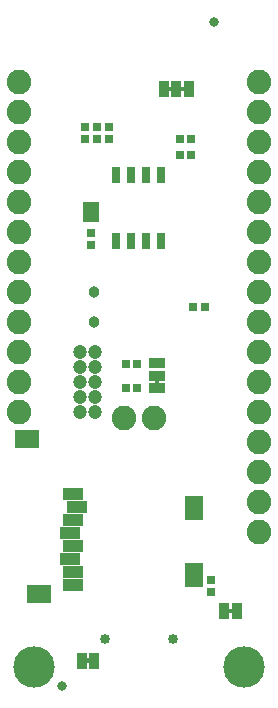
<source format=gbs>
G04 EAGLE Gerber RS-274X export*
G75*
%MOMM*%
%FSLAX34Y34*%
%LPD*%
%INSoldermask Bottom*%
%IPPOS*%
%AMOC8*
5,1,8,0,0,1.08239X$1,22.5*%
G01*
%ADD10C,0.838200*%
%ADD11R,0.863600X1.473200*%
%ADD12C,3.505200*%
%ADD13C,0.853200*%
%ADD14R,1.603200X2.003200*%
%ADD15R,2.103200X1.603200*%
%ADD16R,1.703200X1.003200*%
%ADD17R,0.803200X0.803200*%
%ADD18C,2.082800*%
%ADD19C,1.203200*%
%ADD20R,1.473200X0.863600*%
%ADD21R,0.803200X1.403200*%
%ADD22R,1.473200X0.838200*%
%ADD23C,0.965200*%

G36*
X130875Y264172D02*
X130875Y264172D01*
X130941Y264174D01*
X130984Y264192D01*
X131031Y264200D01*
X131088Y264234D01*
X131148Y264259D01*
X131183Y264290D01*
X131224Y264315D01*
X131266Y264366D01*
X131314Y264410D01*
X131336Y264452D01*
X131365Y264489D01*
X131386Y264551D01*
X131417Y264610D01*
X131425Y264664D01*
X131437Y264701D01*
X131436Y264741D01*
X131444Y264795D01*
X131444Y268605D01*
X131433Y268670D01*
X131431Y268736D01*
X131413Y268779D01*
X131405Y268826D01*
X131371Y268883D01*
X131346Y268943D01*
X131315Y268978D01*
X131290Y269019D01*
X131239Y269061D01*
X131195Y269109D01*
X131153Y269131D01*
X131116Y269160D01*
X131054Y269181D01*
X130995Y269212D01*
X130941Y269220D01*
X130904Y269232D01*
X130864Y269231D01*
X130810Y269239D01*
X128270Y269239D01*
X128205Y269228D01*
X128139Y269226D01*
X128096Y269208D01*
X128049Y269200D01*
X127992Y269166D01*
X127932Y269141D01*
X127897Y269110D01*
X127856Y269085D01*
X127815Y269034D01*
X127766Y268990D01*
X127744Y268948D01*
X127715Y268911D01*
X127694Y268849D01*
X127663Y268790D01*
X127655Y268736D01*
X127643Y268699D01*
X127643Y268695D01*
X127643Y268694D01*
X127644Y268659D01*
X127636Y268605D01*
X127636Y264795D01*
X127647Y264730D01*
X127649Y264664D01*
X127667Y264621D01*
X127675Y264574D01*
X127709Y264517D01*
X127734Y264457D01*
X127765Y264422D01*
X127790Y264381D01*
X127841Y264340D01*
X127885Y264291D01*
X127927Y264269D01*
X127964Y264240D01*
X128026Y264219D01*
X128085Y264188D01*
X128139Y264180D01*
X128176Y264168D01*
X128216Y264169D01*
X128270Y264161D01*
X130810Y264161D01*
X130875Y264172D01*
G37*
G36*
X153100Y512457D02*
X153100Y512457D01*
X153166Y512459D01*
X153209Y512477D01*
X153256Y512485D01*
X153313Y512519D01*
X153373Y512544D01*
X153408Y512575D01*
X153449Y512600D01*
X153491Y512651D01*
X153539Y512695D01*
X153561Y512737D01*
X153590Y512774D01*
X153611Y512836D01*
X153642Y512895D01*
X153650Y512949D01*
X153662Y512986D01*
X153661Y513026D01*
X153669Y513080D01*
X153669Y515620D01*
X153658Y515685D01*
X153656Y515751D01*
X153638Y515794D01*
X153630Y515841D01*
X153596Y515898D01*
X153571Y515958D01*
X153540Y515993D01*
X153515Y516034D01*
X153464Y516076D01*
X153420Y516124D01*
X153378Y516146D01*
X153341Y516175D01*
X153279Y516196D01*
X153220Y516227D01*
X153166Y516235D01*
X153129Y516247D01*
X153089Y516246D01*
X153035Y516254D01*
X149225Y516254D01*
X149160Y516243D01*
X149094Y516241D01*
X149051Y516223D01*
X149004Y516215D01*
X148947Y516181D01*
X148887Y516156D01*
X148852Y516125D01*
X148811Y516100D01*
X148770Y516049D01*
X148721Y516005D01*
X148699Y515963D01*
X148670Y515926D01*
X148649Y515864D01*
X148618Y515805D01*
X148610Y515751D01*
X148598Y515714D01*
X148598Y515711D01*
X148599Y515674D01*
X148591Y515620D01*
X148591Y513080D01*
X148602Y513015D01*
X148604Y512949D01*
X148622Y512906D01*
X148630Y512859D01*
X148664Y512802D01*
X148689Y512742D01*
X148720Y512707D01*
X148745Y512666D01*
X148796Y512625D01*
X148840Y512576D01*
X148882Y512554D01*
X148919Y512525D01*
X148981Y512504D01*
X149040Y512473D01*
X149094Y512465D01*
X149131Y512453D01*
X149171Y512454D01*
X149225Y512446D01*
X153035Y512446D01*
X153100Y512457D01*
G37*
G36*
X142940Y512457D02*
X142940Y512457D01*
X143006Y512459D01*
X143049Y512477D01*
X143096Y512485D01*
X143153Y512519D01*
X143213Y512544D01*
X143248Y512575D01*
X143289Y512600D01*
X143331Y512651D01*
X143379Y512695D01*
X143401Y512737D01*
X143430Y512774D01*
X143451Y512836D01*
X143482Y512895D01*
X143490Y512949D01*
X143502Y512986D01*
X143501Y513026D01*
X143509Y513080D01*
X143509Y515620D01*
X143498Y515685D01*
X143496Y515751D01*
X143478Y515794D01*
X143470Y515841D01*
X143436Y515898D01*
X143411Y515958D01*
X143380Y515993D01*
X143355Y516034D01*
X143304Y516076D01*
X143260Y516124D01*
X143218Y516146D01*
X143181Y516175D01*
X143119Y516196D01*
X143060Y516227D01*
X143006Y516235D01*
X142969Y516247D01*
X142929Y516246D01*
X142875Y516254D01*
X139065Y516254D01*
X139000Y516243D01*
X138934Y516241D01*
X138891Y516223D01*
X138844Y516215D01*
X138787Y516181D01*
X138727Y516156D01*
X138692Y516125D01*
X138651Y516100D01*
X138610Y516049D01*
X138561Y516005D01*
X138539Y515963D01*
X138510Y515926D01*
X138489Y515864D01*
X138458Y515805D01*
X138450Y515751D01*
X138438Y515714D01*
X138438Y515711D01*
X138439Y515674D01*
X138431Y515620D01*
X138431Y513080D01*
X138442Y513015D01*
X138444Y512949D01*
X138462Y512906D01*
X138470Y512859D01*
X138504Y512802D01*
X138529Y512742D01*
X138560Y512707D01*
X138585Y512666D01*
X138636Y512625D01*
X138680Y512576D01*
X138722Y512554D01*
X138759Y512525D01*
X138821Y512504D01*
X138880Y512473D01*
X138934Y512465D01*
X138971Y512453D01*
X139011Y512454D01*
X139065Y512446D01*
X142875Y512446D01*
X142940Y512457D01*
G37*
G36*
X193740Y70497D02*
X193740Y70497D01*
X193806Y70499D01*
X193849Y70517D01*
X193896Y70525D01*
X193953Y70559D01*
X194013Y70584D01*
X194048Y70615D01*
X194089Y70640D01*
X194131Y70691D01*
X194179Y70735D01*
X194201Y70777D01*
X194230Y70814D01*
X194251Y70876D01*
X194282Y70935D01*
X194290Y70989D01*
X194302Y71026D01*
X194301Y71066D01*
X194309Y71120D01*
X194309Y73660D01*
X194298Y73725D01*
X194296Y73791D01*
X194278Y73834D01*
X194270Y73881D01*
X194236Y73938D01*
X194211Y73998D01*
X194180Y74033D01*
X194155Y74074D01*
X194104Y74116D01*
X194060Y74164D01*
X194018Y74186D01*
X193981Y74215D01*
X193919Y74236D01*
X193860Y74267D01*
X193806Y74275D01*
X193769Y74287D01*
X193729Y74286D01*
X193675Y74294D01*
X189865Y74294D01*
X189800Y74283D01*
X189734Y74281D01*
X189691Y74263D01*
X189644Y74255D01*
X189587Y74221D01*
X189527Y74196D01*
X189492Y74165D01*
X189451Y74140D01*
X189410Y74089D01*
X189361Y74045D01*
X189339Y74003D01*
X189310Y73966D01*
X189289Y73904D01*
X189258Y73845D01*
X189250Y73791D01*
X189238Y73754D01*
X189238Y73751D01*
X189239Y73714D01*
X189231Y73660D01*
X189231Y71120D01*
X189242Y71055D01*
X189244Y70989D01*
X189262Y70946D01*
X189270Y70899D01*
X189304Y70842D01*
X189329Y70782D01*
X189360Y70747D01*
X189385Y70706D01*
X189436Y70665D01*
X189480Y70616D01*
X189522Y70594D01*
X189559Y70565D01*
X189621Y70544D01*
X189680Y70513D01*
X189734Y70505D01*
X189771Y70493D01*
X189811Y70494D01*
X189865Y70486D01*
X193675Y70486D01*
X193740Y70497D01*
G37*
G36*
X73090Y28587D02*
X73090Y28587D01*
X73156Y28589D01*
X73199Y28607D01*
X73246Y28615D01*
X73303Y28649D01*
X73363Y28674D01*
X73398Y28705D01*
X73439Y28730D01*
X73481Y28781D01*
X73529Y28825D01*
X73551Y28867D01*
X73580Y28904D01*
X73601Y28966D01*
X73632Y29025D01*
X73640Y29079D01*
X73652Y29116D01*
X73651Y29156D01*
X73659Y29210D01*
X73659Y31750D01*
X73648Y31815D01*
X73646Y31881D01*
X73628Y31924D01*
X73620Y31971D01*
X73586Y32028D01*
X73561Y32088D01*
X73530Y32123D01*
X73505Y32164D01*
X73454Y32206D01*
X73410Y32254D01*
X73368Y32276D01*
X73331Y32305D01*
X73269Y32326D01*
X73210Y32357D01*
X73156Y32365D01*
X73119Y32377D01*
X73079Y32376D01*
X73025Y32384D01*
X69215Y32384D01*
X69150Y32373D01*
X69084Y32371D01*
X69041Y32353D01*
X68994Y32345D01*
X68937Y32311D01*
X68877Y32286D01*
X68842Y32255D01*
X68801Y32230D01*
X68760Y32179D01*
X68711Y32135D01*
X68689Y32093D01*
X68660Y32056D01*
X68639Y31994D01*
X68608Y31935D01*
X68600Y31881D01*
X68588Y31844D01*
X68588Y31841D01*
X68589Y31804D01*
X68581Y31750D01*
X68581Y29210D01*
X68592Y29145D01*
X68594Y29079D01*
X68612Y29036D01*
X68620Y28989D01*
X68654Y28932D01*
X68679Y28872D01*
X68710Y28837D01*
X68735Y28796D01*
X68786Y28755D01*
X68830Y28706D01*
X68872Y28684D01*
X68909Y28655D01*
X68971Y28634D01*
X69030Y28603D01*
X69084Y28595D01*
X69121Y28583D01*
X69161Y28584D01*
X69215Y28576D01*
X73025Y28576D01*
X73090Y28587D01*
G37*
D10*
X49530Y8890D03*
X177800Y571500D03*
D11*
X156464Y514350D03*
X146050Y514350D03*
X135636Y514350D03*
D12*
X203200Y25400D03*
X25400Y25400D03*
D13*
X85400Y49050D03*
X143200Y49050D03*
D14*
X161100Y160050D03*
X161100Y103050D03*
D15*
X29600Y87050D03*
X19600Y218550D03*
D16*
X58100Y171950D03*
X62100Y160950D03*
X58100Y149950D03*
X56100Y138950D03*
X58100Y127950D03*
X56100Y116950D03*
X58100Y105950D03*
X58100Y94950D03*
D17*
X175641Y88980D03*
X175641Y98980D03*
X158670Y458470D03*
X148670Y458470D03*
X158670Y472440D03*
X148670Y472440D03*
X102950Y261620D03*
X112950Y261620D03*
D18*
X215900Y520700D03*
X215900Y495300D03*
X215900Y469900D03*
X215900Y444500D03*
X215900Y419100D03*
X215900Y393700D03*
X215900Y368300D03*
X215900Y342900D03*
X215900Y317500D03*
X215900Y292100D03*
X215900Y266700D03*
X215900Y241300D03*
X215900Y215900D03*
X215900Y190500D03*
X215900Y165100D03*
X215900Y139700D03*
X12700Y241300D03*
X12700Y266700D03*
X12700Y292100D03*
X12700Y317500D03*
X12700Y342900D03*
X12700Y368300D03*
X12700Y393700D03*
X12700Y419100D03*
X12700Y444500D03*
X12700Y469900D03*
X12700Y495300D03*
X12700Y520700D03*
D19*
X77470Y254000D03*
X77470Y266700D03*
X77470Y279400D03*
X77470Y292100D03*
X77470Y241300D03*
X64770Y254000D03*
X64770Y266700D03*
X64770Y279400D03*
X64770Y292100D03*
X64770Y241300D03*
D17*
X68580Y472520D03*
X68580Y482520D03*
X78740Y482520D03*
X78740Y472520D03*
D11*
X186563Y72390D03*
X196977Y72390D03*
D20*
X129540Y282194D03*
X129540Y271780D03*
X129540Y261366D03*
D17*
X103030Y281940D03*
X113030Y281940D03*
D11*
X65913Y30480D03*
X76327Y30480D03*
D21*
X133350Y386020D03*
X120650Y386020D03*
X107950Y386020D03*
X95250Y386020D03*
X95250Y442020D03*
X107950Y442020D03*
X120650Y442020D03*
X133350Y442020D03*
D17*
X73660Y382350D03*
X73660Y392350D03*
D22*
X73660Y406146D03*
X73660Y414274D03*
D18*
X101600Y236220D03*
X127000Y236220D03*
D17*
X88900Y472520D03*
X88900Y482520D03*
X160100Y330200D03*
X170100Y330200D03*
D23*
X76200Y342900D03*
X76200Y317500D03*
M02*

</source>
